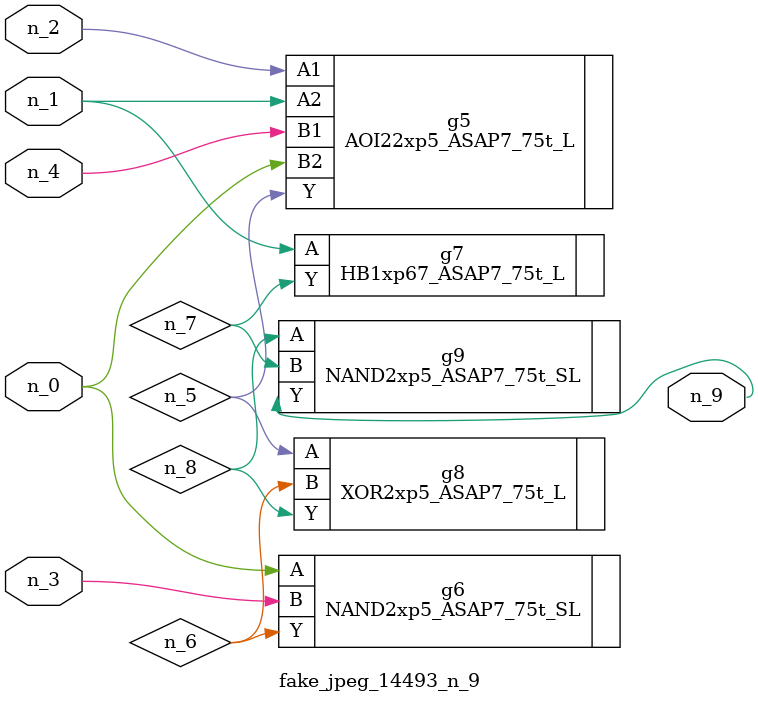
<source format=v>
module fake_jpeg_14493_n_9 (n_3, n_2, n_1, n_0, n_4, n_9);

input n_3;
input n_2;
input n_1;
input n_0;
input n_4;

output n_9;

wire n_8;
wire n_6;
wire n_5;
wire n_7;

AOI22xp5_ASAP7_75t_L g5 ( 
.A1(n_2),
.A2(n_1),
.B1(n_4),
.B2(n_0),
.Y(n_5)
);

NAND2xp5_ASAP7_75t_SL g6 ( 
.A(n_0),
.B(n_3),
.Y(n_6)
);

HB1xp67_ASAP7_75t_L g7 ( 
.A(n_1),
.Y(n_7)
);

XOR2xp5_ASAP7_75t_L g8 ( 
.A(n_5),
.B(n_6),
.Y(n_8)
);

NAND2xp5_ASAP7_75t_SL g9 ( 
.A(n_8),
.B(n_7),
.Y(n_9)
);


endmodule
</source>
